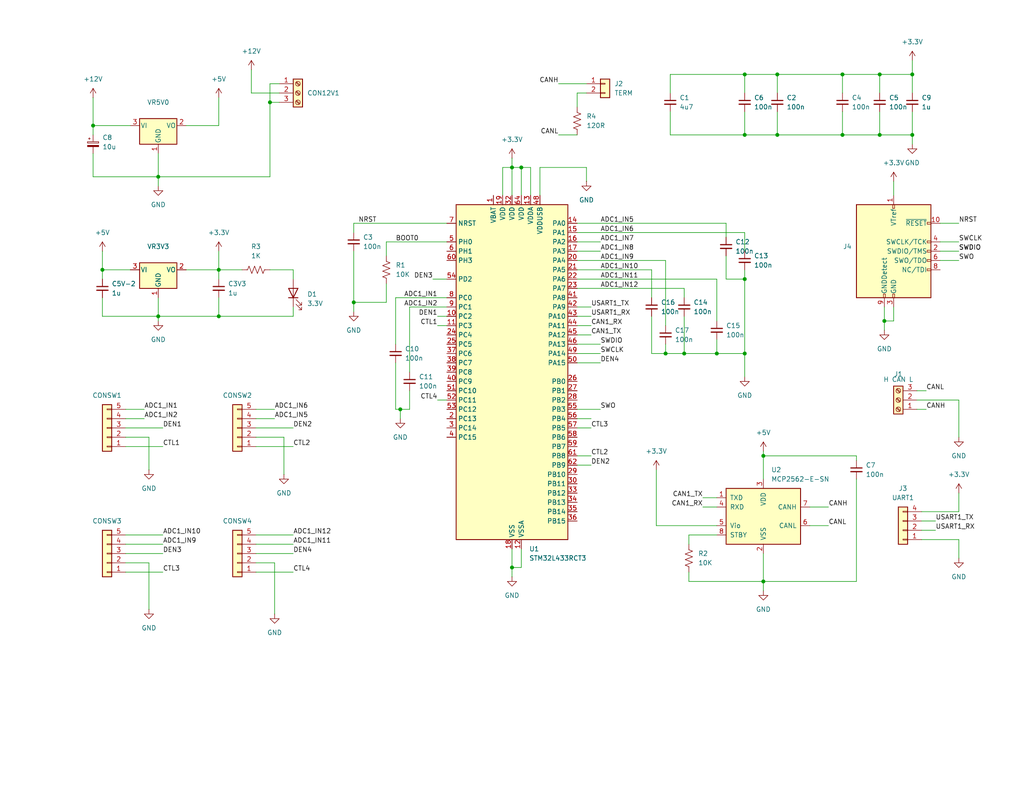
<source format=kicad_sch>
(kicad_sch (version 20250114) (generator "eeschema") (generator_version "9.0")
  (paper "USLetter")
  (title_block (title "CAN-STM32L433") (date "2026-01-13") (company "Gordon McLellan") (comment 1 "Quad Switch Control Board"))
  (lib_symbols
    (symbol "Connector:Conn_ARM_JTAG_SWD_10" (pin_names (offset 1.016))
      (property "Reference" "J" (at -2.54 16.51 0))
      (property "Value" "Conn_ARM_JTAG_SWD_10" (at -2.54 13.97 0))
      (symbol "Conn_ARM_JTAG_SWD_10_0_1"
        (rectangle (start -10.16 12.7) (end 10.16 -12.7) (stroke (width 0.254)) (fill (type background)))
        (rectangle (start -2.794 -12.7) (end -2.286 -11.684))
        (rectangle (start -0.254 12.7) (end 0.254 11.684))
        (rectangle (start -0.254 -12.7) (end 0.254 -11.684))
        (rectangle (start 9.144 2.286) (end 10.16 2.794))
        (rectangle (start 10.16 7.874) (end 9.144 7.366))
        (rectangle (start 10.16 -0.254) (end 9.144 0.254))
        (rectangle (start 10.16 -2.794) (end 9.144 -2.286))
      )
      (symbol "Conn_ARM_JTAG_SWD_10_1_1"
        (rectangle (start 9.144 -5.334) (end 10.16 -4.826))
        (pin no_connect line (at -10.16 0 0) (length 2.54) (hide yes) (name "KEY") (number "7"))
        (pin passive line (at -2.54 -15.24 90) (length 2.54) (name "GNDDetect") (number "9"))
        (pin power_in line (at 0 15.24 270) (length 2.54) (name "VTref") (number "1"))
        (pin power_in line (at 0 -15.24 90) (length 2.54) (name "GND") (number "3"))
        (pin passive line (at 0 -15.24 90) (length 2.54) (hide yes) (name "GND") (number "5"))
        (pin open_collector line (at 12.7 7.62 180) (length 2.54) (name "~{RESET}") (number "10"))
        (pin output line (at 12.7 2.54 180) (length 2.54) (name "SWCLK/TCK") (number "4"))
        (pin bidirectional line (at 12.7 0 180) (length 2.54) (name "SWDIO/TMS") (number "2"))
        (pin input line (at 12.7 -2.54 180) (length 2.54) (name "SWO/TDO") (number "6"))
        (pin output line (at 12.7 -5.08 180) (length 2.54) (name "NC/TDI") (number "8"))
      )
    )
    (symbol "Connector:Screw_Terminal_01x03" (pin_names (offset 1.016) (hide yes))
      (property "Reference" "J" (at 0 5.08 0))
      (property "Value" "Screw_Terminal_01x03" (at 0 -5.08 0))
      (symbol "Screw_Terminal_01x03_1_1"
        (rectangle (start -1.27 3.81) (end 1.27 -3.81) (stroke (width 0.254)) (fill (type background)))
        (polyline (pts (xy -0.5334 2.8702) (xy 0.3302 2.032)) (stroke (width 0.1524)))
        (polyline (pts (xy -0.5334 0.3302) (xy 0.3302 -0.508)) (stroke (width 0.1524)))
        (polyline (pts (xy -0.5334 -2.2098) (xy 0.3302 -3.048)) (stroke (width 0.1524)))
        (polyline (pts (xy -0.3556 3.048) (xy 0.508 2.2098)) (stroke (width 0.1524)))
        (polyline (pts (xy -0.3556 0.508) (xy 0.508 -0.3302)) (stroke (width 0.1524)))
        (polyline (pts (xy -0.3556 -2.032) (xy 0.508 -2.8702)) (stroke (width 0.1524)))
        (circle (center 0 2.54) (radius 0.635) (stroke (width 0.1524)))
        (circle (center 0 0) (radius 0.635) (stroke (width 0.1524)))
        (circle (center 0 -2.54) (radius 0.635) (stroke (width 0.1524)))
        (pin passive line (at -5.08 2.54 0) (length 3.81) (name "Pin_1") (number "1"))
        (pin passive line (at -5.08 0 0) (length 3.81) (name "Pin_2") (number "2"))
        (pin passive line (at -5.08 -2.54 0) (length 3.81) (name "Pin_3") (number "3"))
      )
    )
    (symbol "Connector_Generic:Conn_01x02" (pin_names (offset 1.016) (hide yes))
      (property "Reference" "J" (at 0 2.54 0))
      (property "Value" "Conn_01x02" (at 0 -5.08 0))
      (symbol "Conn_01x02_1_1"
        (rectangle (start -1.27 1.27) (end 1.27 -3.81) (stroke (width 0.254)) (fill (type background)))
        (rectangle (start -1.27 0.127) (end 0 -0.127) (stroke (width 0.1524)))
        (rectangle (start -1.27 -2.413) (end 0 -2.667) (stroke (width 0.1524)))
        (pin passive line (at -5.08 0 0) (length 3.81) (name "Pin_1") (number "1"))
        (pin passive line (at -5.08 -2.54 0) (length 3.81) (name "Pin_2") (number "2"))
      )
    )
    (symbol "Connector_Generic:Conn_01x04" (pin_names (offset 1.016) (hide yes))
      (property "Reference" "J" (at 0 5.08 0))
      (property "Value" "Conn_01x04" (at 0 -7.62 0))
      (symbol "Conn_01x04_1_1"
        (rectangle (start -1.27 3.81) (end 1.27 -6.35) (stroke (width 0.254)) (fill (type background)))
        (rectangle (start -1.27 2.667) (end 0 2.413) (stroke (width 0.1524)))
        (rectangle (start -1.27 0.127) (end 0 -0.127) (stroke (width 0.1524)))
        (rectangle (start -1.27 -2.413) (end 0 -2.667) (stroke (width 0.1524)))
        (rectangle (start -1.27 -4.953) (end 0 -5.207) (stroke (width 0.1524)))
        (pin passive line (at -5.08 2.54 0) (length 3.81) (name "Pin_1") (number "1"))
        (pin passive line (at -5.08 0 0) (length 3.81) (name "Pin_2") (number "2"))
        (pin passive line (at -5.08 -2.54 0) (length 3.81) (name "Pin_3") (number "3"))
        (pin passive line (at -5.08 -5.08 0) (length 3.81) (name "Pin_4") (number "4"))
      )
    )
    (symbol "Connector_Generic:Conn_01x05" (pin_names (offset 1.016) (hide yes))
      (property "Reference" "J" (at 0 7.62 0))
      (property "Value" "Conn_01x05" (at 0 -7.62 0))
      (symbol "Conn_01x05_1_1"
        (rectangle (start -1.27 6.35) (end 1.27 -6.35) (stroke (width 0.254)) (fill (type background)))
        (rectangle (start -1.27 5.207) (end 0 4.953) (stroke (width 0.1524)))
        (rectangle (start -1.27 2.667) (end 0 2.413) (stroke (width 0.1524)))
        (rectangle (start -1.27 0.127) (end 0 -0.127) (stroke (width 0.1524)))
        (rectangle (start -1.27 -2.413) (end 0 -2.667) (stroke (width 0.1524)))
        (rectangle (start -1.27 -4.953) (end 0 -5.207) (stroke (width 0.1524)))
        (pin passive line (at -5.08 5.08 0) (length 3.81) (name "Pin_1") (number "1"))
        (pin passive line (at -5.08 2.54 0) (length 3.81) (name "Pin_2") (number "2"))
        (pin passive line (at -5.08 0 0) (length 3.81) (name "Pin_3") (number "3"))
        (pin passive line (at -5.08 -2.54 0) (length 3.81) (name "Pin_4") (number "4"))
        (pin passive line (at -5.08 -5.08 0) (length 3.81) (name "Pin_5") (number "5"))
      )
    )
    (symbol "Device:C_Polarized_Small" (pin_numbers (hide yes)) (pin_names (offset 0.254) (hide yes))
      (property "Reference" "C" (at 0.254 1.778 0))
      (property "Value" "C_Polarized_Small" (at 0.254 -2.032 0))
      (symbol "C_Polarized_Small_0_1"
        (rectangle (start -1.524 0.6858) (end 1.524 0.3048))
        (rectangle (start -1.524 -0.3048) (end 1.524 -0.6858) (fill (type outline)))
        (polyline (pts (xy -1.27 1.524) (xy -0.762 1.524)))
        (polyline (pts (xy -1.016 1.27) (xy -1.016 1.778)))
      )
      (symbol "C_Polarized_Small_1_1"
        (pin passive line (at 0 2.54 270) (length 1.8542) (name "~") (number "1"))
        (pin passive line (at 0 -2.54 90) (length 1.8542) (name "~") (number "2"))
      )
    )
    (symbol "Device:C_Small" (pin_numbers (hide yes)) (pin_names (offset 0.254) (hide yes))
      (property "Reference" "C" (at 0.254 1.778 0))
      (property "Value" "C_Small" (at 0.254 -2.032 0))
      (symbol "C_Small_0_1"
        (polyline (pts (xy -1.524 0.508) (xy 1.524 0.508)) (stroke (width 0.3048)))
        (polyline (pts (xy -1.524 -0.508) (xy 1.524 -0.508)) (stroke (width 0.3302)))
      )
      (symbol "C_Small_1_1"
        (pin passive line (at 0 2.54 270) (length 2.032) (name "~") (number "1"))
        (pin passive line (at 0 -2.54 90) (length 2.032) (name "~") (number "2"))
      )
    )
    (symbol "Device:LED" (pin_numbers (hide yes)) (pin_names (offset 1.016) (hide yes))
      (property "Reference" "D" (at 0 2.54 0))
      (property "Value" "LED" (at 0 -2.54 0))
      (symbol "LED_0_1"
        (polyline (pts (xy -3.048 -0.762) (xy -4.572 -2.286) (xy -3.81 -2.286) (xy -4.572 -2.286) (xy -4.572 -1.524)))
        (polyline (pts (xy -1.778 -0.762) (xy -3.302 -2.286) (xy -2.54 -2.286) (xy -3.302 -2.286) (xy -3.302 -1.524)))
        (polyline (pts (xy -1.27 0) (xy 1.27 0)))
        (polyline (pts (xy -1.27 -1.27) (xy -1.27 1.27)) (stroke (width 0.254)))
        (polyline (pts (xy 1.27 -1.27) (xy 1.27 1.27) (xy -1.27 0) (xy 1.27 -1.27)) (stroke (width 0.254)))
      )
      (symbol "LED_1_1"
        (pin passive line (at -3.81 0 0) (length 2.54) (name "K") (number "1"))
        (pin passive line (at 3.81 0 180) (length 2.54) (name "A") (number "2"))
      )
    )
    (symbol "Device:R_US" (pin_numbers (hide yes)) (pin_names (offset 0))
      (property "Reference" "R" (at 2.54 0 90))
      (property "Value" "R_US" (at -2.54 0 90))
      (symbol "R_US_0_1"
        (polyline (pts (xy 0 2.286) (xy 0 2.54)))
        (polyline (pts (xy 0 2.286) (xy 1.016 1.905) (xy 0 1.524) (xy -1.016 1.143) (xy 0 0.762)))
        (polyline (pts (xy 0 0.762) (xy 1.016 0.381) (xy 0 0) (xy -1.016 -0.381) (xy 0 -0.762)))
        (polyline (pts (xy 0 -0.762) (xy 1.016 -1.143) (xy 0 -1.524) (xy -1.016 -1.905) (xy 0 -2.286)))
        (polyline (pts (xy 0 -2.286) (xy 0 -2.54)))
      )
      (symbol "R_US_1_1"
        (pin passive line (at 0 3.81 270) (length 1.27) (name "~") (number "1"))
        (pin passive line (at 0 -3.81 90) (length 1.27) (name "~") (number "2"))
      )
    )
    (symbol "Interface_CAN_LIN:MCP2562-E-SN" (pin_names (offset 1.016))
      (property "Reference" "U" (at -10.16 8.89 0))
      (property "Value" "MCP2562-E-SN" (at 2.54 8.89 0))
      (symbol "MCP2562-E-SN_0_1"
        (rectangle (start -10.16 7.62) (end 10.16 -7.62) (stroke (width 0.254)) (fill (type background)))
      )
      (symbol "MCP2562-E-SN_1_1"
        (pin input line (at -12.7 5.08 0) (length 2.54) (name "TXD") (number "1"))
        (pin output line (at -12.7 2.54 0) (length 2.54) (name "RXD") (number "4"))
        (pin power_in line (at -12.7 -2.54 0) (length 2.54) (name "Vio") (number "5"))
        (pin input line (at -12.7 -5.08 0) (length 2.54) (name "STBY") (number "8"))
        (pin power_in line (at 0 10.16 270) (length 2.54) (name "VDD") (number "3"))
        (pin power_in line (at 0 -10.16 90) (length 2.54) (name "VSS") (number "2"))
        (pin bidirectional line (at 12.7 2.54 180) (length 2.54) (name "CANH") (number "7"))
        (pin bidirectional line (at 12.7 -2.54 180) (length 2.54) (name "CANL") (number "6"))
      )
    )
    (symbol "MCU_ST_STM32L4:STM32L433RBTx"
      (property "Reference" "U" (at -15.24 46.99 0))
      (property "Value" "STM32L433RBTx" (at 10.16 46.99 0))
      (symbol "STM32L433RBTx_0_1"
        (rectangle (start -15.24 -45.72) (end 15.24 45.72) (stroke (width 0.254)) (fill (type background)))
      )
      (symbol "STM32L433RBTx_1_1"
        (pin input line (at -17.78 40.64 0) (length 2.54) (name "NRST") (number "7"))
        (pin bidirectional line (at -17.78 35.56 0) (length 2.54) (name "PH0") (number "5"))
        (pin bidirectional line (at -17.78 33.02 0) (length 2.54) (name "PH1") (number "6"))
        (pin bidirectional line (at -17.78 30.48 0) (length 2.54) (name "PH3") (number "60"))
        (pin bidirectional line (at -17.78 25.4 0) (length 2.54) (name "PD2") (number "54"))
        (pin bidirectional line (at -17.78 20.32 0) (length 2.54) (name "PC0") (number "8"))
        (pin bidirectional line (at -17.78 17.78 0) (length 2.54) (name "PC1") (number "9"))
        (pin bidirectional line (at -17.78 15.24 0) (length 2.54) (name "PC2") (number "10"))
        (pin bidirectional line (at -17.78 12.7 0) (length 2.54) (name "PC3") (number "11"))
        (pin bidirectional line (at -17.78 10.16 0) (length 2.54) (name "PC4") (number "24"))
        (pin bidirectional line (at -17.78 7.62 0) (length 2.54) (name "PC5") (number "25"))
        (pin bidirectional line (at -17.78 5.08 0) (length 2.54) (name "PC6") (number "37"))
        (pin bidirectional line (at -17.78 2.54 0) (length 2.54) (name "PC7") (number "38"))
        (pin bidirectional line (at -17.78 0 0) (length 2.54) (name "PC8") (number "39"))
        (pin bidirectional line (at -17.78 -2.54 0) (length 2.54) (name "PC9") (number "40"))
        (pin bidirectional line (at -17.78 -5.08 0) (length 2.54) (name "PC10") (number "51"))
        (pin bidirectional line (at -17.78 -7.62 0) (length 2.54) (name "PC11") (number "52"))
        (pin bidirectional line (at -17.78 -10.16 0) (length 2.54) (name "PC12") (number "53"))
        (pin bidirectional line (at -17.78 -12.7 0) (length 2.54) (name "PC13") (number "2"))
        (pin bidirectional line (at -17.78 -15.24 0) (length 2.54) (name "PC14") (number "3"))
        (pin bidirectional line (at -17.78 -17.78 0) (length 2.54) (name "PC15") (number "4"))
        (pin power_in line (at -5.08 48.26 270) (length 2.54) (name "VBAT") (number "1"))
        (pin power_in line (at -2.54 48.26 270) (length 2.54) (name "VDD") (number "19"))
        (pin power_in line (at 0 48.26 270) (length 2.54) (name "VDD") (number "32"))
        (pin power_in line (at 0 -48.26 90) (length 2.54) (name "VSS") (number "18"))
        (pin passive line (at 0 -48.26 90) (length 2.54) (hide yes) (name "VSS") (number "31"))
        (pin passive line (at 0 -48.26 90) (length 2.54) (hide yes) (name "VSS") (number "47"))
        (pin passive line (at 0 -48.26 90) (length 2.54) (hide yes) (name "VSS") (number "63"))
        (pin power_in line (at 2.54 48.26 270) (length 2.54) (name "VDD") (number "64"))
        (pin power_in line (at 2.54 -48.26 90) (length 2.54) (name "VSSA") (number "12"))
        (pin power_in line (at 5.08 48.26 270) (length 2.54) (name "VDDA") (number "13"))
        (pin power_in line (at 7.62 48.26 270) (length 2.54) (name "VDDUSB") (number "48"))
        (pin bidirectional line (at 17.78 40.64 180) (length 2.54) (name "PA0") (number "14"))
        (pin bidirectional line (at 17.78 38.1 180) (length 2.54) (name "PA1") (number "15"))
        (pin bidirectional line (at 17.78 35.56 180) (length 2.54) (name "PA2") (number "16"))
        (pin bidirectional line (at 17.78 33.02 180) (length 2.54) (name "PA3") (number "17"))
        (pin bidirectional line (at 17.78 30.48 180) (length 2.54) (name "PA4") (number "20"))
        (pin bidirectional line (at 17.78 27.94 180) (length 2.54) (name "PA5") (number "21"))
        (pin bidirectional line (at 17.78 25.4 180) (length 2.54) (name "PA6") (number "22"))
        (pin bidirectional line (at 17.78 22.86 180) (length 2.54) (name "PA7") (number "23"))
        (pin bidirectional line (at 17.78 20.32 180) (length 2.54) (name "PA8") (number "41"))
        (pin bidirectional line (at 17.78 17.78 180) (length 2.54) (name "PA9") (number "42"))
        (pin bidirectional line (at 17.78 15.24 180) (length 2.54) (name "PA10") (number "43"))
        (pin bidirectional line (at 17.78 12.7 180) (length 2.54) (name "PA11") (number "44"))
        (pin bidirectional line (at 17.78 10.16 180) (length 2.54) (name "PA12") (number "45"))
        (pin bidirectional line (at 17.78 7.62 180) (length 2.54) (name "PA13") (number "46"))
        (pin bidirectional line (at 17.78 5.08 180) (length 2.54) (name "PA14") (number "49"))
        (pin bidirectional line (at 17.78 2.54 180) (length 2.54) (name "PA15") (number "50"))
        (pin bidirectional line (at 17.78 -2.54 180) (length 2.54) (name "PB0") (number "26"))
        (pin bidirectional line (at 17.78 -5.08 180) (length 2.54) (name "PB1") (number "27"))
        (pin bidirectional line (at 17.78 -7.62 180) (length 2.54) (name "PB2") (number "28"))
        (pin bidirectional line (at 17.78 -10.16 180) (length 2.54) (name "PB3") (number "55"))
        (pin bidirectional line (at 17.78 -12.7 180) (length 2.54) (name "PB4") (number "56"))
        (pin bidirectional line (at 17.78 -15.24 180) (length 2.54) (name "PB5") (number "57"))
        (pin bidirectional line (at 17.78 -17.78 180) (length 2.54) (name "PB6") (number "58"))
        (pin bidirectional line (at 17.78 -20.32 180) (length 2.54) (name "PB7") (number "59"))
        (pin bidirectional line (at 17.78 -22.86 180) (length 2.54) (name "PB8") (number "61"))
        (pin bidirectional line (at 17.78 -25.4 180) (length 2.54) (name "PB9") (number "62"))
        (pin bidirectional line (at 17.78 -27.94 180) (length 2.54) (name "PB10") (number "29"))
        (pin bidirectional line (at 17.78 -30.48 180) (length 2.54) (name "PB11") (number "30"))
        (pin bidirectional line (at 17.78 -33.02 180) (length 2.54) (name "PB12") (number "33"))
        (pin bidirectional line (at 17.78 -35.56 180) (length 2.54) (name "PB13") (number "34"))
        (pin bidirectional line (at 17.78 -38.1 180) (length 2.54) (name "PB14") (number "35"))
        (pin bidirectional line (at 17.78 -40.64 180) (length 2.54) (name "PB15") (number "36"))
      )
    )
    (symbol "Regulator_Linear:TLV1117-33" (pin_names (offset 0.254))
      (property "Reference" "U" (at -3.81 3.175 0))
      (property "Value" "TLV1117-33" (at 0 3.175 0))
      (symbol "TLV1117-33_0_1"
        (rectangle (start -5.08 -5.08) (end 5.08 1.905) (stroke (width 0.254)) (fill (type background)))
      )
      (symbol "TLV1117-33_1_1"
        (pin power_in line (at -7.62 0 0) (length 2.54) (name "VI") (number "3"))
        (pin power_in line (at 0 -7.62 90) (length 2.54) (name "GND") (number "1"))
        (pin power_out line (at 7.62 0 180) (length 2.54) (name "VO") (number "2"))
      )
    )
    (symbol "Regulator_Linear:TLV1117-50" (pin_names (offset 0.254))
      (property "Reference" "U" (at -3.81 3.175 0))
      (property "Value" "TLV1117-50" (at 0 3.175 0))
      (symbol "TLV1117-50_0_1"
        (rectangle (start -5.08 -5.08) (end 5.08 1.905) (stroke (width 0.254)) (fill (type background)))
      )
      (symbol "TLV1117-50_1_1"
        (pin power_in line (at -7.62 0 0) (length 2.54) (name "VI") (number "3"))
        (pin power_in line (at 0 -7.62 90) (length 2.54) (name "GND") (number "1"))
        (pin power_out line (at 7.62 0 180) (length 2.54) (name "VO") (number "2"))
      )
    )
    (symbol "power:+12V" (power) (pin_numbers (hide yes)) (pin_names (offset 0) (hide yes))
      (property "Value" "+12V" (at 0 3.556 0))
      (symbol "+12V_0_1"
        (polyline (pts (xy -0.762 1.27) (xy 0 2.54)))
        (polyline (pts (xy 0 2.54) (xy 0.762 1.27)))
        (polyline (pts (xy 0 0) (xy 0 2.54)))
      )
      (symbol "+12V_1_1"
        (pin power_in line (at 0 0 90) (length 0) (name "~") (number "1"))
      )
    )
    (symbol "power:+3.3V" (power) (pin_numbers (hide yes)) (pin_names (offset 0) (hide yes))
      (property "Value" "+3.3V" (at 0 3.556 0))
      (symbol "+3.3V_0_1"
        (polyline (pts (xy -0.762 1.27) (xy 0 2.54)))
        (polyline (pts (xy 0 2.54) (xy 0.762 1.27)))
        (polyline (pts (xy 0 0) (xy 0 2.54)))
      )
      (symbol "+3.3V_1_1"
        (pin power_in line (at 0 0 90) (length 0) (name "~") (number "1"))
      )
    )
    (symbol "power:+5V" (power) (pin_numbers (hide yes)) (pin_names (offset 0) (hide yes))
      (property "Value" "+5V" (at 0 3.556 0))
      (symbol "+5V_0_1"
        (polyline (pts (xy -0.762 1.27) (xy 0 2.54)))
        (polyline (pts (xy 0 2.54) (xy 0.762 1.27)))
        (polyline (pts (xy 0 0) (xy 0 2.54)))
      )
      (symbol "+5V_1_1"
        (pin power_in line (at 0 0 90) (length 0) (name "~") (number "1"))
      )
    )
    (symbol "power:GND" (power) (pin_numbers (hide yes)) (pin_names (offset 0) (hide yes))
      (property "Value" "GND" (at 0 -3.81 0))
      (symbol "GND_0_1"
        (polyline (pts (xy 0 0) (xy 0 -1.27) (xy 1.27 -1.27) (xy 0 -2.54) (xy -1.27 -1.27) (xy 0 -1.27)))
      )
      (symbol "GND_1_1"
        (pin power_in line (at 0 0 270) (length 0) (name "~") (number "1"))
      )
    )
  )
  (junction (at 27.94 73.66))
  (junction (at 240.03 20.32))
  (junction (at 139.7 154.94))
  (junction (at 195.58 96.52))
  (junction (at 212.09 36.83))
  (junction (at 208.28 158.75))
  (junction (at 25.4 34.29))
  (junction (at 73.66 27.94))
  (junction (at 96.52 82.55))
  (junction (at 248.92 36.83))
  (junction (at 43.18 86.36))
  (junction (at 186.69 96.52))
  (junction (at 59.69 73.66))
  (junction (at 59.69 86.36))
  (junction (at 229.87 20.32))
  (junction (at 203.2 36.83))
  (junction (at 229.87 36.83))
  (junction (at 43.18 48.26))
  (junction (at 212.09 20.32))
  (junction (at 248.92 20.32))
  (junction (at 142.24 45.72))
  (junction (at 139.7 45.72))
  (junction (at 203.2 96.52))
  (junction (at 181.61 96.52))
  (junction (at 203.2 76.2))
  (junction (at 203.2 20.32))
  (junction (at 208.28 124.46))
  (junction (at 241.3 87.63))
  (junction (at 109.22 111.76))
  (junction (at 240.03 36.83))
  (wire (pts (xy 195.58 146.05) (xy 187.96 146.05)))
  (wire (pts (xy 139.7 45.72) (xy 139.7 53.34)))
  (wire (pts (xy 25.4 48.26) (xy 43.18 48.26)))
  (wire (pts (xy 191.77 135.89) (xy 195.58 135.89)))
  (wire (pts (xy 27.94 81.28) (xy 27.94 86.36)))
  (wire (pts (xy 144.78 45.72) (xy 144.78 53.34)))
  (wire (pts (xy 68.58 25.4) (xy 76.2 25.4)))
  (wire (pts (xy 34.29 116.84) (xy 44.45 116.84)))
  (wire (pts (xy 181.61 71.12) (xy 181.61 88.9)))
  (wire (pts (xy 241.3 83.82) (xy 241.3 87.63)))
  (wire (pts (xy 157.48 116.84) (xy 161.29 116.84)))
  (wire (pts (xy 142.24 45.72) (xy 142.24 53.34)))
  (wire (pts (xy 208.28 124.46) (xy 233.68 124.46)))
  (wire (pts (xy 187.96 158.75) (xy 208.28 158.75)))
  (wire (pts (xy 182.88 20.32) (xy 182.88 25.4)))
  (wire (pts (xy 69.85 111.76) (xy 74.93 111.76)))
  (wire (pts (xy 203.2 73.66) (xy 203.2 76.2)))
  (wire (pts (xy 137.16 45.72) (xy 137.16 53.34)))
  (wire (pts (xy 73.66 48.26) (xy 73.66 27.94)))
  (wire (pts (xy 261.62 109.22) (xy 250.19 109.22)))
  (wire (pts (xy 27.94 73.66) (xy 35.56 73.66)))
  (wire (pts (xy 157.48 96.52) (xy 163.83 96.52)))
  (wire (pts (xy 50.8 73.66) (xy 59.69 73.66)))
  (wire (pts (xy 43.18 48.26) (xy 73.66 48.26)))
  (wire (pts (xy 181.61 96.52) (xy 177.8 96.52)))
  (wire (pts (xy 251.46 147.32) (xy 261.62 147.32)))
  (wire (pts (xy 69.85 153.67) (xy 74.93 153.67)))
  (wire (pts (xy 256.54 60.96) (xy 261.62 60.96)))
  (wire (pts (xy 27.94 68.58) (xy 27.94 73.66)))
  (wire (pts (xy 80.01 83.82) (xy 80.01 86.36)))
  (wire (pts (xy 229.87 20.32) (xy 240.03 20.32)))
  (wire (pts (xy 142.24 149.86) (xy 142.24 154.94)))
  (wire (pts (xy 34.29 156.21) (xy 44.45 156.21)))
  (wire (pts (xy 43.18 48.26) (xy 43.18 50.8)))
  (wire (pts (xy 250.19 111.76) (xy 252.73 111.76)))
  (wire (pts (xy 43.18 86.36) (xy 43.18 87.63)))
  (wire (pts (xy 111.76 83.82) (xy 111.76 101.6)))
  (wire (pts (xy 34.29 151.13) (xy 44.45 151.13)))
  (wire (pts (xy 220.98 143.51) (xy 226.06 143.51)))
  (wire (pts (xy 157.48 124.46) (xy 161.29 124.46)))
  (wire (pts (xy 256.54 66.04) (xy 261.62 66.04)))
  (wire (pts (xy 25.4 26.67) (xy 25.4 34.29)))
  (wire (pts (xy 240.03 20.32) (xy 248.92 20.32)))
  (wire (pts (xy 96.52 68.58) (xy 96.52 82.55)))
  (wire (pts (xy 157.48 111.76) (xy 163.83 111.76)))
  (wire (pts (xy 240.03 30.48) (xy 240.03 36.83)))
  (wire (pts (xy 34.29 148.59) (xy 44.45 148.59)))
  (wire (pts (xy 195.58 76.2) (xy 195.58 87.63)))
  (wire (pts (xy 50.8 34.29) (xy 59.69 34.29)))
  (wire (pts (xy 147.32 45.72) (xy 160.02 45.72)))
  (wire (pts (xy 69.85 146.05) (xy 80.01 146.05)))
  (wire (pts (xy 59.69 68.58) (xy 59.69 73.66)))
  (wire (pts (xy 139.7 154.94) (xy 139.7 157.48)))
  (wire (pts (xy 105.41 66.04) (xy 105.41 69.85)))
  (wire (pts (xy 157.48 76.2) (xy 195.58 76.2)))
  (wire (pts (xy 157.48 73.66) (xy 177.8 73.66)))
  (wire (pts (xy 107.95 111.76) (xy 109.22 111.76)))
  (wire (pts (xy 157.48 88.9) (xy 161.29 88.9)))
  (wire (pts (xy 251.46 139.7) (xy 261.62 139.7)))
  (wire (pts (xy 203.2 76.2) (xy 203.2 96.52)))
  (wire (pts (xy 147.32 53.34) (xy 147.32 45.72)))
  (wire (pts (xy 139.7 149.86) (xy 139.7 154.94)))
  (wire (pts (xy 241.3 87.63) (xy 241.3 90.17)))
  (wire (pts (xy 157.48 78.74) (xy 186.69 78.74)))
  (wire (pts (xy 118.11 76.2) (xy 121.92 76.2)))
  (wire (pts (xy 243.84 83.82) (xy 243.84 87.63)))
  (wire (pts (xy 208.28 124.46) (xy 208.28 130.81)))
  (wire (pts (xy 195.58 92.71) (xy 195.58 96.52)))
  (wire (pts (xy 157.48 60.96) (xy 198.12 60.96)))
  (wire (pts (xy 208.28 158.75) (xy 208.28 161.29)))
  (wire (pts (xy 34.29 146.05) (xy 44.45 146.05)))
  (wire (pts (xy 25.4 34.29) (xy 35.56 34.29)))
  (wire (pts (xy 251.46 142.24) (xy 255.27 142.24)))
  (wire (pts (xy 139.7 154.94) (xy 142.24 154.94)))
  (wire (pts (xy 157.48 99.06) (xy 163.83 99.06)))
  (wire (pts (xy 111.76 111.76) (xy 109.22 111.76)))
  (wire (pts (xy 109.22 111.76) (xy 109.22 114.3)))
  (wire (pts (xy 233.68 124.46) (xy 233.68 125.73)))
  (wire (pts (xy 229.87 30.48) (xy 229.87 36.83)))
  (wire (pts (xy 187.96 156.21) (xy 187.96 158.75)))
  (wire (pts (xy 157.48 68.58) (xy 163.83 68.58)))
  (wire (pts (xy 80.01 73.66) (xy 80.01 76.2)))
  (wire (pts (xy 208.28 158.75) (xy 233.68 158.75)))
  (wire (pts (xy 195.58 143.51) (xy 179.07 143.51)))
  (wire (pts (xy 233.68 158.75) (xy 233.68 130.81)))
  (wire (pts (xy 59.69 26.67) (xy 59.69 34.29)))
  (wire (pts (xy 27.94 73.66) (xy 27.94 76.2)))
  (wire (pts (xy 261.62 147.32) (xy 261.62 152.4)))
  (wire (pts (xy 73.66 27.94) (xy 76.2 27.94)))
  (wire (pts (xy 76.2 22.86) (xy 73.66 22.86)))
  (wire (pts (xy 248.92 36.83) (xy 240.03 36.83)))
  (wire (pts (xy 111.76 106.68) (xy 111.76 111.76)))
  (wire (pts (xy 105.41 66.04) (xy 121.92 66.04)))
  (wire (pts (xy 186.69 86.36) (xy 186.69 96.52)))
  (wire (pts (xy 157.48 83.82) (xy 161.29 83.82)))
  (wire (pts (xy 179.07 143.51) (xy 179.07 128.27)))
  (wire (pts (xy 157.48 114.3) (xy 161.29 114.3)))
  (wire (pts (xy 186.69 96.52) (xy 181.61 96.52)))
  (wire (pts (xy 40.64 153.67) (xy 40.64 166.37)))
  (wire (pts (xy 208.28 123.19) (xy 208.28 124.46)))
  (wire (pts (xy 256.54 68.58) (xy 261.62 68.58)))
  (wire (pts (xy 43.18 41.91) (xy 43.18 48.26)))
  (wire (pts (xy 40.64 119.38) (xy 40.64 128.27)))
  (wire (pts (xy 203.2 20.32) (xy 203.2 25.4)))
  (wire (pts (xy 182.88 30.48) (xy 182.88 36.83)))
  (wire (pts (xy 107.95 99.06) (xy 107.95 111.76)))
  (wire (pts (xy 119.38 88.9) (xy 121.92 88.9)))
  (wire (pts (xy 157.48 86.36) (xy 161.29 86.36)))
  (wire (pts (xy 251.46 144.78) (xy 255.27 144.78)))
  (wire (pts (xy 59.69 86.36) (xy 59.69 81.28)))
  (wire (pts (xy 107.95 81.28) (xy 107.95 93.98)))
  (wire (pts (xy 69.85 156.21) (xy 80.01 156.21)))
  (wire (pts (xy 105.41 82.55) (xy 105.41 77.47)))
  (wire (pts (xy 177.8 96.52) (xy 177.8 86.36)))
  (wire (pts (xy 68.58 19.05) (xy 68.58 25.4)))
  (wire (pts (xy 187.96 146.05) (xy 187.96 148.59)))
  (wire (pts (xy 198.12 76.2) (xy 203.2 76.2)))
  (wire (pts (xy 119.38 109.22) (xy 121.92 109.22)))
  (wire (pts (xy 261.62 139.7) (xy 261.62 134.62)))
  (wire (pts (xy 152.4 22.86) (xy 160.02 22.86)))
  (wire (pts (xy 157.48 25.4) (xy 157.48 29.21)))
  (wire (pts (xy 73.66 22.86) (xy 73.66 27.94)))
  (wire (pts (xy 69.85 114.3) (xy 74.93 114.3)))
  (wire (pts (xy 157.48 91.44) (xy 161.29 91.44)))
  (wire (pts (xy 73.66 73.66) (xy 80.01 73.66)))
  (wire (pts (xy 43.18 81.28) (xy 43.18 86.36)))
  (wire (pts (xy 59.69 86.36) (xy 80.01 86.36)))
  (wire (pts (xy 157.48 71.12) (xy 181.61 71.12)))
  (wire (pts (xy 212.09 20.32) (xy 229.87 20.32)))
  (wire (pts (xy 43.18 86.36) (xy 59.69 86.36)))
  (wire (pts (xy 69.85 151.13) (xy 80.01 151.13)))
  (wire (pts (xy 152.4 36.83) (xy 157.48 36.83)))
  (wire (pts (xy 182.88 20.32) (xy 203.2 20.32)))
  (wire (pts (xy 191.77 138.43) (xy 195.58 138.43)))
  (wire (pts (xy 186.69 78.74) (xy 186.69 81.28)))
  (wire (pts (xy 77.47 119.38) (xy 77.47 129.54)))
  (wire (pts (xy 160.02 25.4) (xy 157.48 25.4)))
  (wire (pts (xy 34.29 121.92) (xy 44.45 121.92)))
  (wire (pts (xy 69.85 148.59) (xy 80.01 148.59)))
  (wire (pts (xy 74.93 153.67) (xy 74.93 167.64)))
  (wire (pts (xy 59.69 73.66) (xy 66.04 73.66)))
  (wire (pts (xy 212.09 30.48) (xy 212.09 36.83)))
  (wire (pts (xy 69.85 116.84) (xy 80.01 116.84)))
  (wire (pts (xy 261.62 119.38) (xy 261.62 109.22)))
  (wire (pts (xy 208.28 151.13) (xy 208.28 158.75)))
  (wire (pts (xy 181.61 93.98) (xy 181.61 96.52)))
  (wire (pts (xy 250.19 106.68) (xy 252.73 106.68)))
  (wire (pts (xy 243.84 49.53) (xy 243.84 53.34)))
  (wire (pts (xy 203.2 36.83) (xy 212.09 36.83)))
  (wire (pts (xy 59.69 73.66) (xy 59.69 76.2)))
  (wire (pts (xy 139.7 43.18) (xy 139.7 45.72)))
  (wire (pts (xy 69.85 119.38) (xy 77.47 119.38)))
  (wire (pts (xy 25.4 34.29) (xy 25.4 36.83)))
  (wire (pts (xy 25.4 41.91) (xy 25.4 48.26)))
  (wire (pts (xy 177.8 73.66) (xy 177.8 81.28)))
  (wire (pts (xy 142.24 45.72) (xy 139.7 45.72)))
  (wire (pts (xy 212.09 36.83) (xy 229.87 36.83)))
  (wire (pts (xy 203.2 30.48) (xy 203.2 36.83)))
  (wire (pts (xy 203.2 96.52) (xy 203.2 102.87)))
  (wire (pts (xy 240.03 20.32) (xy 240.03 25.4)))
  (wire (pts (xy 248.92 36.83) (xy 248.92 39.37)))
  (wire (pts (xy 34.29 153.67) (xy 40.64 153.67)))
  (wire (pts (xy 34.29 111.76) (xy 39.37 111.76)))
  (wire (pts (xy 157.48 66.04) (xy 163.83 66.04)))
  (wire (pts (xy 198.12 69.85) (xy 198.12 76.2)))
  (wire (pts (xy 212.09 20.32) (xy 212.09 25.4)))
  (wire (pts (xy 212.09 20.32) (xy 203.2 20.32)))
  (wire (pts (xy 96.52 82.55) (xy 105.41 82.55)))
  (wire (pts (xy 248.92 25.4) (xy 248.92 20.32)))
  (wire (pts (xy 195.58 96.52) (xy 203.2 96.52)))
  (wire (pts (xy 229.87 36.83) (xy 240.03 36.83)))
  (wire (pts (xy 182.88 36.83) (xy 203.2 36.83)))
  (wire (pts (xy 186.69 96.52) (xy 195.58 96.52)))
  (wire (pts (xy 248.92 16.51) (xy 248.92 20.32)))
  (wire (pts (xy 203.2 68.58) (xy 203.2 63.5)))
  (wire (pts (xy 96.52 60.96) (xy 96.52 63.5)))
  (wire (pts (xy 157.48 63.5) (xy 203.2 63.5)))
  (wire (pts (xy 27.94 86.36) (xy 43.18 86.36)))
  (wire (pts (xy 144.78 45.72) (xy 142.24 45.72)))
  (wire (pts (xy 220.98 138.43) (xy 226.06 138.43)))
  (wire (pts (xy 34.29 119.38) (xy 40.64 119.38)))
  (wire (pts (xy 111.76 83.82) (xy 121.92 83.82)))
  (wire (pts (xy 198.12 60.96) (xy 198.12 64.77)))
  (wire (pts (xy 229.87 20.32) (xy 229.87 25.4)))
  (wire (pts (xy 241.3 87.63) (xy 243.84 87.63)))
  (wire (pts (xy 34.29 114.3) (xy 39.37 114.3)))
  (wire (pts (xy 96.52 60.96) (xy 121.92 60.96)))
  (wire (pts (xy 107.95 81.28) (xy 121.92 81.28)))
  (wire (pts (xy 248.92 36.83) (xy 248.92 30.48)))
  (wire (pts (xy 256.54 71.12) (xy 261.62 71.12)))
  (wire (pts (xy 96.52 82.55) (xy 96.52 85.09)))
  (wire (pts (xy 119.38 86.36) (xy 121.92 86.36)))
  (wire (pts (xy 160.02 45.72) (xy 160.02 49.53)))
  (wire (pts (xy 157.48 93.98) (xy 163.83 93.98)))
  (wire (pts (xy 139.7 45.72) (xy 137.16 45.72)))
  (wire (pts (xy 69.85 121.92) (xy 80.01 121.92)))
  (wire (pts (xy 157.48 127) (xy 161.29 127)))
  (label "CANH" (at 152.4 22.86 180))
  (label "USART1_RX" (at 255.27 144.78 0))
  (label "ADC1_IN10" (at 44.45 146.05 0))
  (label "ADC1_IN1" (at 119.38 81.28 180))
  (label "CAN1_TX" (at 191.77 135.89 180))
  (label "SWCLK" (at 163.83 96.52 0))
  (label "ADC1_IN9" (at 44.45 148.59 0))
  (label "DEN4" (at 80.01 151.13 0))
  (label "DEN2" (at 161.29 127 0))
  (label "ADC1_IN6" (at 163.83 63.5 0))
  (label "BOOT0" (at 107.95 66.04 0))
  (label "DEN1" (at 44.45 116.84 0))
  (label "DEN2" (at 80.01 116.84 0))
  (label "DEN1" (at 119.38 86.36 180))
  (label "ADC1_IN10" (at 163.83 73.66 0))
  (label "ADC1_IN6" (at 74.93 111.76 0))
  (label "USART1_TX" (at 161.29 83.82 0))
  (label "USART1_RX" (at 161.29 86.36 0))
  (label "ADC1_IN5" (at 163.83 60.96 0))
  (label "CTL3" (at 44.45 156.21 0))
  (label "SWDIO" (at 261.62 68.58 0))
  (label "SWCLK" (at 261.62 66.04 0))
  (label "SWO" (at 261.62 71.12 0))
  (label "NRST" (at 97.79 60.96 0))
  (label "ADC1_IN8" (at 163.83 68.58 0))
  (label "DEN3" (at 118.11 76.2 180))
  (label "NRST" (at 261.62 60.96 0))
  (label "CTL4" (at 119.38 109.22 180))
  (label "CTL4" (at 80.01 156.21 0))
  (label "CAN1_RX" (at 191.77 138.43 180))
  (label "CANL" (at 152.4 36.83 180))
  (label "ADC1_IN11" (at 163.83 76.2 0))
  (label "ADC1_IN12" (at 80.01 146.05 0))
  (label "ADC1_IN2" (at 119.38 83.82 180))
  (label "CTL1" (at 44.45 121.92 0))
  (label "CANH" (at 252.73 111.76 0))
  (label "ADC1_IN2" (at 39.37 114.3 0))
  (label "ADC1_IN11" (at 80.01 148.59 0))
  (label "ADC1_IN5" (at 74.93 114.3 0))
  (label "CTL2" (at 80.01 121.92 0))
  (label "DEN4" (at 163.83 99.06 0))
  (label "DEN3" (at 44.45 151.13 0))
  (label "CANL" (at 252.73 106.68 0))
  (label "CANH" (at 226.06 138.43 0))
  (label "ADC1_IN1" (at 39.37 111.76 0))
  (label "CTL2" (at 161.29 124.46 0))
  (label "CANL" (at 226.06 143.51 0))
  (label "ADC1_IN7" (at 163.83 66.04 0))
  (label "SWO" (at 163.83 111.76 0))
  (label "ADC1_IN12" (at 163.83 78.74 0))
  (label "SWDIO" (at 261.62 68.58 0))
  (label "SWDIO" (at 163.83 93.98 0))
  (label "CAN1_TX" (at 161.29 91.44 0))
  (label "ADC1_IN9" (at 163.83 71.12 0))
  (label "CAN1_RX" (at 161.29 88.9 0))
  (label "CTL3" (at 161.29 116.84 0))
  (label "USART1_TX" (at 255.27 142.24 0))
  (label "CTL1" (at 119.38 88.9 180))
  (symbol (lib_id "Connector:Screw_Terminal_01x03") (at 245.11 109.22 180) (unit 1)
    (property "Reference" "J1" (at 245.11 102.87 0) (effects (justify top)))
    (property "Value" "H CAN L" (at 245.11 102.87 0) (effects (justify bottom)))
    (property "Footprint" "TerminalBlock_Phoenix:TerminalBlock_Phoenix_MKDS-1,5-3_1x03_P5.00mm_Horizontal" (effects (hide yes)))
    (property "Description" "Generic screw terminal, single row, 01x03, script generated (kicad-library-utils/schlib/autogen/connector/)" (effects (hide yes)))
  )
  (symbol (lib_id "Connector_Generic:Conn_01x02") (at 165.1 22.86 0) (unit 1)
    (property "Reference" "J2" (at 167.64 22.8599 0) (effects (justify left)))
    (property "Value" "TERM" (at 167.64 25.3999 0) (effects (justify left)))
    (property "Footprint" "Connector_PinHeader_2.54mm:PinHeader_1x02_P2.54mm_Vertical" (effects (hide yes)))
    (property "Description" "Generic connector, single row, 01x02, script generated (kicad-library-utils/schlib/autogen/connector/)" (effects (hide yes)))
  )
  (symbol (lib_id "Device:C_Small") (at 212.09 27.94 0) (unit 1)
    (property "Reference" "C2" (at 214.63 26.6762 0) (effects (justify left)))
    (property "Value" "100n" (at 214.63 29.2162 0) (effects (justify left)))
    (property "Footprint" "Capacitor_SMD:C_0603_1608Metric_Pad1.08x0.95mm_HandSolder" (effects (hide yes)))
    (property "Description" "Unpolarized capacitor, small symbol" (effects (hide yes)))
  )
  (symbol (lib_id "power:GND") (at 139.7 157.48 0) (unit 1)
    (property "Reference" "#PWR04" (effects (hide yes)))
    (property "Value" "GND" (at 139.7 162.56 0))
    (property "Description" "Power symbol creates a global label with name \"GND\" , ground" (effects (hide yes)))
  )
  (symbol (lib_id "Device:C_Small") (at 248.92 27.94 0) (unit 1)
    (property "Reference" "C9" (at 251.46 26.6762 0) (effects (justify left)))
    (property "Value" "1u" (at 251.46 29.2162 0) (effects (justify left)))
    (property "Footprint" "Capacitor_SMD:C_0603_1608Metric_Pad1.08x0.95mm_HandSolder" (effects (hide yes)))
    (property "Description" "Unpolarized capacitor, small symbol" (effects (hide yes)))
  )
  (symbol (lib_id "Connector_Generic:Conn_01x05") (at 29.21 116.84 180) (unit 1)
    (property "Reference" "CONSW1" (at 29.21 107.95 0))
    (property "Value" "Conn_01x05" (effects (hide yes)))
    (property "Footprint" "Connector_PinHeader_2.54mm:PinHeader_1x05_P2.54mm_Horizontal" (effects (hide yes)))
    (property "Description" "Generic connector, single row, 01x05, script generated (kicad-library-utils/schlib/autogen/connector/)" (effects (hide yes)))
  )
  (symbol (lib_id "Device:C_Polarized_Small") (at 25.4 39.37 0) (unit 1)
    (property "Reference" "C8" (at 27.94 37.5538 0) (effects (justify left)))
    (property "Value" "10u" (at 27.94 40.0938 0) (effects (justify left)))
    (property "Footprint" "Capacitor_THT:CP_Radial_D5.0mm_P2.50mm" (effects (hide yes)))
    (property "Description" "Polarized capacitor, small symbol" (effects (hide yes)))
  )
  (symbol (lib_id "Connector_Generic:Conn_01x05") (at 64.77 151.13 180) (unit 1)
    (property "Reference" "CONSW4" (at 64.77 142.24 0))
    (property "Value" "Conn_01x05" (effects (hide yes)))
    (property "Footprint" "Connector_PinHeader_2.54mm:PinHeader_1x05_P2.54mm_Horizontal" (effects (hide yes)))
    (property "Description" "Generic connector, single row, 01x05, script generated (kicad-library-utils/schlib/autogen/connector/)" (effects (hide yes)))
  )
  (symbol (lib_id "power:+3.3V") (at 261.62 134.62 0) (unit 1)
    (property "Reference" "#PWR016" (effects (hide yes)))
    (property "Value" "+3.3V" (at 261.62 129.54 0))
    (property "Description" "Power symbol creates a global label with name \"+3.3V\"" (effects (hide yes)))
  )
  (symbol (lib_id "Device:C_Small") (at 198.12 67.31 0) (unit 1)
    (property "Reference" "C12" (at 200.66 66.0462 0) (effects (justify left)))
    (property "Value" "100n" (at 200.66 68.5862 0) (effects (justify left)))
    (property "Footprint" "Capacitor_SMD:C_0603_1608Metric_Pad1.08x0.95mm_HandSolder" (effects (hide yes)))
    (property "Description" "Unpolarized capacitor, small symbol" (effects (hide yes)))
  )
  (symbol (lib_id "Device:R_US") (at 69.85 73.66 90) (unit 1)
    (property "Reference" "R3" (at 69.85 67.31 90))
    (property "Value" "1K" (at 69.85 69.85 90))
    (property "Footprint" "Resistor_SMD:R_0603_1608Metric_Pad0.98x0.95mm_HandSolder" (effects (hide yes)))
    (property "Description" "Resistor, US symbol" (effects (hide yes)))
  )
  (symbol (lib_id "Connector:Conn_ARM_JTAG_SWD_10") (at 243.84 68.58 0) (unit 1)
    (property "Reference" "J4" (at 232.41 67.3099 0) (effects (justify right)))
    (property "Value" "SWLINK" (effects (hide yes)))
    (property "Footprint" "Connector_PinHeader_2.54mm:PinHeader_2x05_P2.54mm_Horizontal" (effects (hide yes)))
    (property "Datasheet" "http://infocenter.arm.com/help/topic/com.arm.doc.ddi0314h/DDI0314H_coresight_components_trm.pdf" (effects (hide yes)))
    (property "Description" "Cortex Debug Connector, standard ARM Cortex-M SWD and JTAG interface" (effects (hide yes)))
  )
  (symbol (lib_id "Regulator_Linear:TLV1117-33") (at 43.18 73.66 0) (unit 1)
    (property "Reference" "VR3V3" (at 43.18 67.31 0))
    (property "Value" "TLV1117-33" (effects (hide yes)))
    (property "Footprint" "Package_TO_SOT_SMD:SOT-223-3_TabPin2" (effects (hide yes)))
    (property "Datasheet" "http://www.ti.com/lit/ds/symlink/tlv1117.pdf" (effects (hide yes)))
    (property "Description" "800mA Low-Dropout Linear Regulator, 3.3V fixed output, TO-220/TO-252/TO-263/SOT-223" (effects (hide yes)))
  )
  (symbol (lib_id "Connector:Screw_Terminal_01x03") (at 81.28 25.4 0) (unit 1)
    (property "Reference" "CON12V1" (at 83.82 25.3999 0) (effects (justify left)))
    (property "Value" "CENTER+" (effects (hide yes)))
    (property "Footprint" "TerminalBlock_Phoenix:TerminalBlock_Phoenix_MKDS-1,5-3_1x03_P5.00mm_Horizontal" (effects (hide yes)))
    (property "Description" "Generic screw terminal, single row, 01x03, script generated (kicad-library-utils/schlib/autogen/connector/)" (effects (hide yes)))
  )
  (symbol (lib_id "power:GND") (at 109.22 114.3 0) (unit 1)
    (property "Reference" "#PWR026" (effects (hide yes)))
    (property "Value" "GND" (at 109.22 119.38 0))
    (property "Description" "Power symbol creates a global label with name \"GND\" , ground" (effects (hide yes)))
  )
  (symbol (lib_id "power:GND") (at 261.62 152.4 0) (unit 1)
    (property "Reference" "#PWR015" (effects (hide yes)))
    (property "Value" "GND" (at 261.62 157.48 0))
    (property "Description" "Power symbol creates a global label with name \"GND\" , ground" (effects (hide yes)))
  )
  (symbol (lib_id "Device:C_Small") (at 59.69 78.74 0) (unit 1)
    (property "Reference" "C3V3" (at 62.23 77.4762 0) (effects (justify left)))
    (property "Value" "1u" (at 62.23 80.0162 0) (effects (justify left)))
    (property "Footprint" "Capacitor_SMD:C_0805_2012Metric_Pad1.18x1.45mm_HandSolder" (effects (hide yes)))
    (property "Description" "Unpolarized capacitor, small symbol" (effects (hide yes)))
  )
  (symbol (lib_id "Device:C_Small") (at 229.87 27.94 0) (unit 1)
    (property "Reference" "C4" (at 232.41 26.6762 0) (effects (justify left)))
    (property "Value" "100n" (at 232.41 29.2162 0) (effects (justify left)))
    (property "Footprint" "Capacitor_SMD:C_0603_1608Metric_Pad1.08x0.95mm_HandSolder" (effects (hide yes)))
    (property "Description" "Unpolarized capacitor, small symbol" (effects (hide yes)))
  )
  (symbol (lib_id "Connector_Generic:Conn_01x05") (at 64.77 116.84 180) (unit 1)
    (property "Reference" "CONSW2" (at 64.77 107.95 0))
    (property "Value" "Conn_01x05" (effects (hide yes)))
    (property "Footprint" "Connector_PinHeader_2.54mm:PinHeader_1x05_P2.54mm_Horizontal" (effects (hide yes)))
    (property "Description" "Generic connector, single row, 01x05, script generated (kicad-library-utils/schlib/autogen/connector/)" (effects (hide yes)))
  )
  (symbol (lib_id "Device:C_Small") (at 182.88 27.94 0) (unit 1)
    (property "Reference" "C1" (at 185.42 26.6762 0) (effects (justify left)))
    (property "Value" "4u7" (at 185.42 29.2162 0) (effects (justify left)))
    (property "Footprint" "Capacitor_SMD:C_0805_2012Metric_Pad1.18x1.45mm_HandSolder" (effects (hide yes)))
    (property "Description" "Unpolarized capacitor, small symbol" (effects (hide yes)))
  )
  (symbol (lib_id "power:+5V") (at 208.28 123.19 0) (unit 1)
    (property "Reference" "#PWR024" (effects (hide yes)))
    (property "Value" "+5V" (at 208.28 118.11 0))
    (property "Description" "Power symbol creates a global label with name \"+5V\"" (effects (hide yes)))
  )
  (symbol (lib_id "Device:C_Small") (at 203.2 71.12 0) (unit 1)
    (property "Reference" "C13" (at 205.74 69.8562 0) (effects (justify left)))
    (property "Value" "100n" (at 205.74 72.3962 0) (effects (justify left)))
    (property "Footprint" "Capacitor_SMD:C_0603_1608Metric_Pad1.08x0.95mm_HandSolder" (effects (hide yes)))
    (property "Description" "Unpolarized capacitor, small symbol" (effects (hide yes)))
  )
  (symbol (lib_id "power:GND") (at 40.64 128.27 0) (unit 1)
    (property "Reference" "#PWR017" (effects (hide yes)))
    (property "Value" "GND" (at 40.64 133.35 0))
    (property "Description" "Power symbol creates a global label with name \"GND\" , ground" (effects (hide yes)))
  )
  (symbol (lib_id "Device:LED") (at 80.01 80.01 90) (unit 1)
    (property "Reference" "D1" (at 83.82 80.3274 90) (effects (justify right)))
    (property "Value" "3.3V" (at 83.82 82.8674 90) (effects (justify right)))
    (property "Footprint" "LED_THT:LED_D5.0mm_Clear" (effects (hide yes)))
    (property "Description" "Light emitting diode" (effects (hide yes)))
    (property "Sim.Pins" "1=K 2=A" (effects (hide yes)))
  )
  (symbol (lib_id "power:GND") (at 160.02 49.53 0) (unit 1)
    (property "Reference" "#PWR025" (effects (hide yes)))
    (property "Value" "GND" (at 160.02 54.61 0))
    (property "Description" "Power symbol creates a global label with name \"GND\" , ground" (effects (hide yes)))
  )
  (symbol (lib_id "Device:C_Small") (at 233.68 128.27 0) (unit 1)
    (property "Reference" "C7" (at 236.22 127.0062 0) (effects (justify left)))
    (property "Value" "100n" (at 236.22 129.5462 0) (effects (justify left)))
    (property "Footprint" "Capacitor_SMD:C_0603_1608Metric_Pad1.08x0.95mm_HandSolder" (effects (hide yes)))
    (property "Description" "Unpolarized capacitor, small symbol" (effects (hide yes)))
  )
  (symbol (lib_id "power:+3.3V") (at 248.92 16.51 0) (unit 1)
    (property "Reference" "#PWR01" (effects (hide yes)))
    (property "Value" "+3.3V" (at 248.92 11.43 0))
    (property "Description" "Power symbol creates a global label with name \"+3.3V\"" (effects (hide yes)))
  )
  (symbol (lib_id "Device:C_Small") (at 177.8 83.82 0) (unit 1)
    (property "Reference" "C16" (at 180.34 82.5562 0) (effects (justify left)))
    (property "Value" "100n" (at 180.34 85.0962 0) (effects (justify left)))
    (property "Footprint" "Capacitor_SMD:C_0603_1608Metric_Pad1.08x0.95mm_HandSolder" (effects (hide yes)))
    (property "Description" "Unpolarized capacitor, small symbol" (effects (hide yes)))
  )
  (symbol (lib_id "power:+12V") (at 25.4 26.67 0) (unit 1)
    (property "Reference" "#PWR010" (effects (hide yes)))
    (property "Value" "+12V" (at 25.4 21.59 0))
    (property "Description" "Power symbol creates a global label with name \"+12V\"" (effects (hide yes)))
  )
  (symbol (lib_id "power:+3.3V") (at 139.7 43.18 0) (unit 1)
    (property "Reference" "#PWR03" (effects (hide yes)))
    (property "Value" "+3.3V" (at 139.7 38.1 0))
    (property "Description" "Power symbol creates a global label with name \"+3.3V\"" (effects (hide yes)))
  )
  (symbol (lib_id "power:GND") (at 43.18 50.8 0) (unit 1)
    (property "Reference" "#PWR08" (effects (hide yes)))
    (property "Value" "GND" (at 43.18 55.88 0))
    (property "Description" "Power symbol creates a global label with name \"GND\" , ground" (effects (hide yes)))
  )
  (symbol (lib_id "power:GND") (at 96.52 85.09 0) (unit 1)
    (property "Reference" "#PWR07" (effects (hide yes)))
    (property "Value" "GND" (at 96.52 90.17 0))
    (property "Description" "Power symbol creates a global label with name \"GND\" , ground" (effects (hide yes)))
  )
  (symbol (lib_id "Device:C_Small") (at 96.52 66.04 0) (unit 1)
    (property "Reference" "C3" (at 99.06 64.7762 0) (effects (justify left)))
    (property "Value" "100n" (at 99.06 67.3162 0) (effects (justify left)))
    (property "Footprint" "Capacitor_SMD:C_0603_1608Metric_Pad1.08x0.95mm_HandSolder" (effects (hide yes)))
    (property "Description" "NRST" (effects (hide yes)))
  )
  (symbol (lib_id "power:GND") (at 43.18 87.63 0) (unit 1)
    (property "Reference" "#PWR013" (effects (hide yes)))
    (property "Value" "GND" (at 43.18 92.71 0))
    (property "Description" "Power symbol creates a global label with name \"GND\" , ground" (effects (hide yes)))
  )
  (symbol (lib_id "power:+5V") (at 59.69 26.67 0) (unit 1)
    (property "Reference" "#PWR09" (effects (hide yes)))
    (property "Value" "+5V" (at 59.69 21.59 0))
    (property "Description" "Power symbol creates a global label with name \"+5V\"" (effects (hide yes)))
  )
  (symbol (lib_id "Device:C_Small") (at 186.69 83.82 0) (unit 1)
    (property "Reference" "C14" (at 189.23 82.5562 0) (effects (justify left)))
    (property "Value" "100n" (at 189.23 85.0962 0) (effects (justify left)))
    (property "Footprint" "Capacitor_SMD:C_0603_1608Metric_Pad1.08x0.95mm_HandSolder" (effects (hide yes)))
    (property "Description" "Unpolarized capacitor, small symbol" (effects (hide yes)))
  )
  (symbol (lib_id "power:GND") (at 203.2 102.87 0) (unit 1)
    (property "Reference" "#PWR027" (effects (hide yes)))
    (property "Value" "GND" (at 203.2 107.95 0))
    (property "Description" "Power symbol creates a global label with name \"GND\" , ground" (effects (hide yes)))
  )
  (symbol (lib_id "Device:C_Small") (at 27.94 78.74 0) (unit 1)
    (property "Reference" "C5V-2" (at 30.48 77.4762 0) (effects (justify left)))
    (property "Value" "1u" (at 30.48 80.0162 0) (effects (justify left)))
    (property "Footprint" "Capacitor_SMD:C_0805_2012Metric_Pad1.18x1.45mm_HandSolder" (effects (hide yes)))
    (property "Description" "Unpolarized capacitor, small symbol" (effects (hide yes)))
  )
  (symbol (lib_id "power:GND") (at 77.47 129.54 0) (unit 1)
    (property "Reference" "#PWR018" (effects (hide yes)))
    (property "Value" "GND" (at 77.47 134.62 0))
    (property "Description" "Power symbol creates a global label with name \"GND\" , ground" (effects (hide yes)))
  )
  (symbol (lib_id "Device:C_Small") (at 181.61 91.44 0) (unit 1)
    (property "Reference" "C17" (at 184.15 90.1762 0) (effects (justify left)))
    (property "Value" "100n" (at 184.15 92.7162 0) (effects (justify left)))
    (property "Footprint" "Capacitor_SMD:C_0603_1608Metric_Pad1.08x0.95mm_HandSolder" (effects (hide yes)))
    (property "Description" "Unpolarized capacitor, small symbol" (effects (hide yes)))
  )
  (symbol (lib_id "Device:C_Small") (at 107.95 96.52 0) (unit 1)
    (property "Reference" "C10" (at 110.49 95.2562 0) (effects (justify left)))
    (property "Value" "100n" (at 110.49 97.7962 0) (effects (justify left)))
    (property "Footprint" "Capacitor_SMD:C_0603_1608Metric_Pad1.08x0.95mm_HandSolder" (effects (hide yes)))
    (property "Description" "Unpolarized capacitor, small symbol" (effects (hide yes)))
  )
  (symbol (lib_id "Connector_Generic:Conn_01x04") (at 246.38 144.78 180) (unit 1)
    (property "Reference" "J3" (at 246.38 133.35 0))
    (property "Value" "UART1" (at 246.38 135.89 0))
    (property "Footprint" "Connector_PinHeader_2.54mm:PinHeader_1x04_P2.54mm_Horizontal" (effects (hide yes)))
    (property "Description" "Generic connector, single row, 01x04, script generated (kicad-library-utils/schlib/autogen/connector/)" (effects (hide yes)))
  )
  (symbol (lib_id "power:GND") (at 74.93 167.64 0) (unit 1)
    (property "Reference" "#PWR020" (effects (hide yes)))
    (property "Value" "GND" (at 74.93 172.72 0))
    (property "Description" "Power symbol creates a global label with name \"GND\" , ground" (effects (hide yes)))
  )
  (symbol (lib_id "power:+12V") (at 68.58 19.05 0) (unit 1)
    (property "Reference" "#PWR021" (effects (hide yes)))
    (property "Value" "+12V" (at 68.58 13.97 0))
    (property "Description" "Power symbol creates a global label with name \"+12V\"" (effects (hide yes)))
  )
  (symbol (lib_id "Device:R_US") (at 187.96 152.4 0) (unit 1)
    (property "Reference" "R2" (at 190.5 151.1299 0) (effects (justify left)))
    (property "Value" "10K" (at 190.5 153.6699 0) (effects (justify left)))
    (property "Footprint" "Resistor_SMD:R_0603_1608Metric_Pad0.98x0.95mm_HandSolder" (effects (hide yes)))
    (property "Description" "Resistor, US symbol" (effects (hide yes)))
  )
  (symbol (lib_id "Connector_Generic:Conn_01x05") (at 29.21 151.13 180) (unit 1)
    (property "Reference" "CONSW3" (at 29.21 142.24 0))
    (property "Value" "Conn_01x05" (effects (hide yes)))
    (property "Footprint" "Connector_PinHeader_2.54mm:PinHeader_1x05_P2.54mm_Horizontal" (effects (hide yes)))
    (property "Description" "Generic connector, single row, 01x05, script generated (kicad-library-utils/schlib/autogen/connector/)" (effects (hide yes)))
  )
  (symbol (lib_id "power:+5V") (at 27.94 68.58 0) (unit 1)
    (property "Reference" "#PWR011" (effects (hide yes)))
    (property "Value" "+5V" (at 27.94 63.5 0))
    (property "Description" "Power symbol creates a global label with name \"+5V\"" (effects (hide yes)))
  )
  (symbol (lib_id "MCU_ST_STM32L4:STM32L433RBTx") (at 139.7 101.6 0) (unit 1)
    (property "Reference" "U1" (at 144.3833 149.86 0) (effects (justify left)))
    (property "Value" "STM32L433RCT3" (at 144.3833 152.4 0) (effects (justify left)))
    (property "Footprint" "Package_QFP:LQFP-64_10x10mm_P0.5mm" (effects (hide yes)))
    (property "Datasheet" "https://www.st.com/resource/en/datasheet/stm32l433rb.pdf" (effects (hide yes)))
    (property "Description" "STMicroelectronics Arm Cortex-M4 MCU, 128KB flash, 64KB RAM, 80 MHz, 1.71-3.6V, 52 GPIO, LQFP64" (effects (hide yes)))
  )
  (symbol (lib_id "Regulator_Linear:TLV1117-50") (at 43.18 34.29 0) (unit 1)
    (property "Reference" "VR5V0" (at 43.18 27.94 0))
    (property "Value" "TLV1117-50" (effects (hide yes)))
    (property "Footprint" "Package_TO_SOT_SMD:SOT-223-3_TabPin2" (effects (hide yes)))
    (property "Datasheet" "http://www.ti.com/lit/ds/symlink/tlv1117.pdf" (effects (hide yes)))
    (property "Description" "800mA Low-Dropout Linear Regulator, 5.0V fixed output, TO-220/TO-252/TO-263/SOT-223" (effects (hide yes)))
  )
  (symbol (lib_id "Device:C_Small") (at 195.58 90.17 0) (unit 1)
    (property "Reference" "C15" (at 198.12 88.9062 0) (effects (justify left)))
    (property "Value" "100n" (at 198.12 91.4462 0) (effects (justify left)))
    (property "Footprint" "Capacitor_SMD:C_0603_1608Metric_Pad1.08x0.95mm_HandSolder" (effects (hide yes)))
    (property "Description" "Unpolarized capacitor, small symbol" (effects (hide yes)))
  )
  (symbol (lib_id "Interface_CAN_LIN:MCP2562-E-SN") (at 208.28 140.97 0) (unit 1)
    (property "Reference" "U2" (at 210.4233 128.27 0) (effects (justify left)))
    (property "Value" "MCP2562-E-SN" (at 210.4233 130.81 0) (effects (justify left)))
    (property "Footprint" "Package_SO:SOIC-8_3.9x4.9mm_P1.27mm" (effects (hide yes)))
    (property "Datasheet" "http://ww1.microchip.com/downloads/en/DeviceDoc/25167A.pdf" (effects (hide yes)))
    (property "Description" "High-Speed CAN Transceiver, 1Mbps, 5V supply, Vio pin, -40C to +125C, SOIC-8" (effects (hide yes)))
  )
  (symbol (lib_id "power:+3.3V") (at 179.07 128.27 0) (unit 1)
    (property "Reference" "#PWR022" (effects (hide yes)))
    (property "Value" "+3.3V" (at 179.07 123.19 0))
    (property "Description" "Power symbol creates a global label with name \"+3.3V\"" (effects (hide yes)))
  )
  (symbol (lib_id "Device:C_Small") (at 111.76 104.14 0) (unit 1)
    (property "Reference" "C11" (at 114.3 102.8762 0) (effects (justify left)))
    (property "Value" "100n" (at 114.3 105.4162 0) (effects (justify left)))
    (property "Footprint" "Capacitor_SMD:C_0603_1608Metric_Pad1.08x0.95mm_HandSolder" (effects (hide yes)))
    (property "Description" "Unpolarized capacitor, small symbol" (effects (hide yes)))
  )
  (symbol (lib_id "power:+3.3V") (at 59.69 68.58 0) (unit 1)
    (property "Reference" "#PWR012" (effects (hide yes)))
    (property "Value" "+3.3V" (at 59.69 63.5 0))
    (property "Description" "Power symbol creates a global label with name \"+3.3V\"" (effects (hide yes)))
  )
  (symbol (lib_id "Device:R_US") (at 157.48 33.02 0) (unit 1)
    (property "Reference" "R4" (at 160.02 31.7499 0) (effects (justify left)))
    (property "Value" "120R" (at 160.02 34.2899 0) (effects (justify left)))
    (property "Footprint" "Resistor_THT:R_Axial_DIN0207_L6.3mm_D2.5mm_P7.62mm_Horizontal" (effects (hide yes)))
    (property "Description" "Resistor, US symbol" (effects (hide yes)))
  )
  (symbol (lib_id "power:GND") (at 248.92 39.37 0) (unit 1)
    (property "Reference" "#PWR02" (effects (hide yes)))
    (property "Value" "GND" (at 248.92 44.45 0))
    (property "Description" "Power symbol creates a global label with name \"GND\" , ground" (effects (hide yes)))
  )
  (symbol (lib_id "power:+3.3V") (at 243.84 49.53 0) (unit 1)
    (property "Reference" "#PWR06" (effects (hide yes)))
    (property "Value" "+3.3V" (at 243.84 44.45 0))
    (property "Description" "Power symbol creates a global label with name \"+3.3V\"" (effects (hide yes)))
  )
  (symbol (lib_id "power:GND") (at 40.64 166.37 0) (unit 1)
    (property "Reference" "#PWR019" (effects (hide yes)))
    (property "Value" "GND" (at 40.64 171.45 0))
    (property "Description" "Power symbol creates a global label with name \"GND\" , ground" (effects (hide yes)))
  )
  (symbol (lib_id "power:GND") (at 208.28 161.29 0) (unit 1)
    (property "Reference" "#PWR023" (effects (hide yes)))
    (property "Value" "GND" (at 208.28 166.37 0))
    (property "Description" "Power symbol creates a global label with name \"GND\" , ground" (effects (hide yes)))
  )
  (symbol (lib_id "Device:C_Small") (at 203.2 27.94 0) (unit 1)
    (property "Reference" "C6" (at 205.74 26.6762 0) (effects (justify left)))
    (property "Value" "100n" (at 205.74 29.2162 0) (effects (justify left)))
    (property "Footprint" "Capacitor_SMD:C_0603_1608Metric_Pad1.08x0.95mm_HandSolder" (effects (hide yes)))
    (property "Description" "Unpolarized capacitor, small symbol" (effects (hide yes)))
  )
  (symbol (lib_id "Device:R_US") (at 105.41 73.66 0) (unit 1)
    (property "Reference" "R1" (at 107.95 72.3899 0) (effects (justify left)))
    (property "Value" "10K" (at 107.95 74.9299 0) (effects (justify left)))
    (property "Footprint" "Resistor_SMD:R_0603_1608Metric_Pad0.98x0.95mm_HandSolder" (effects (hide yes)))
    (property "Description" "Resistor, US symbol" (effects (hide yes)))
  )
  (symbol (lib_id "power:GND") (at 261.62 119.38 0) (unit 1)
    (property "Reference" "#PWR014" (effects (hide yes)))
    (property "Value" "GND" (at 261.62 124.46 0))
    (property "Description" "Power symbol creates a global label with name \"GND\" , ground" (effects (hide yes)))
  )
  (symbol (lib_id "power:GND") (at 241.3 90.17 0) (unit 1)
    (property "Reference" "#PWR05" (effects (hide yes)))
    (property "Value" "GND" (at 241.3 95.25 0))
    (property "Description" "Power symbol creates a global label with name \"GND\" , ground" (effects (hide yes)))
  )
  (symbol (lib_id "Device:C_Small") (at 240.03 27.94 0) (unit 1)
    (property "Reference" "C5" (at 242.57 26.6762 0) (effects (justify left)))
    (property "Value" "100n" (at 242.57 29.2162 0) (effects (justify left)))
    (property "Footprint" "Capacitor_SMD:C_0603_1608Metric_Pad1.08x0.95mm_HandSolder" (effects (hide yes)))
    (property "Description" "Unpolarized capacitor, small symbol" (effects (hide yes)))
  )
)
</source>
